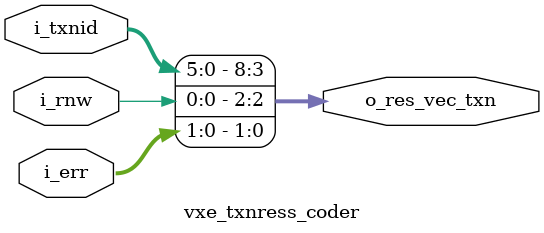
<source format=v>
/*
 * Copyright (c) 2020-2021 The VxEngine Project. All rights reserved.
 *
 * Redistribution and use in source and binary forms, with or without
 * modification, are permitted provided that the following conditions
 * are met:
 * 1. Redistributions of source code must retain the above copyright
 *    notice, this list of conditions and the following disclaimer.
 * 2. Redistributions in binary form must reproduce the above copyright
 *    notice, this list of conditions and the following disclaimer in the
 *    documentation and/or other materials provided with the distribution.
 *
 * THIS SOFTWARE IS PROVIDED BY THE AUTHOR AND CONTRIBUTORS ``AS IS'' AND
 * ANY EXPRESS OR IMPLIED WARRANTIES, INCLUDING, BUT NOT LIMITED TO, THE
 * IMPLIED WARRANTIES OF MERCHANTABILITY AND FITNESS FOR A PARTICULAR PURPOSE
 * ARE DISCLAIMED.  IN NO EVENT SHALL THE AUTHOR OR CONTRIBUTORS BE LIABLE
 * FOR ANY DIRECT, INDIRECT, INCIDENTAL, SPECIAL, EXEMPLARY, OR CONSEQUENTIAL
 * DAMAGES (INCLUDING, BUT NOT LIMITED TO, PROCUREMENT OF SUBSTITUTE GOODS
 * OR SERVICES; LOSS OF USE, DATA, OR PROFITS; OR BUSINESS INTERRUPTION)
 * HOWEVER CAUSED AND ON ANY THEORY OF LIABILITY, WHETHER IN CONTRACT, STRICT
 * LIABILITY, OR TORT (INCLUDING NEGLIGENCE OR OTHERWISE) ARISING IN ANY WAY
 * OUT OF THE USE OF THIS SOFTWARE, EVEN IF ADVISED OF THE POSSIBILITY OF
 * SUCH DAMAGE.
 */

/*
 * Transaction response coder (status only)
 */


/* Resp coder */
module vxe_txnress_coder(
	i_txnid,
	i_rnw,
	i_err,
	o_res_vec_txn
);
input wire [5:0]	i_txnid;	/* Transaction Id */
input wire		i_rnw;		/* Read or Write transaction */
input wire [1:0]	i_err;		/* Error status */
output wire [8:0]	o_res_vec_txn;	/* Transaction info */


assign o_res_vec_txn = { i_txnid, i_rnw, i_err };


endmodule /* vxe_txnress_coder */

</source>
